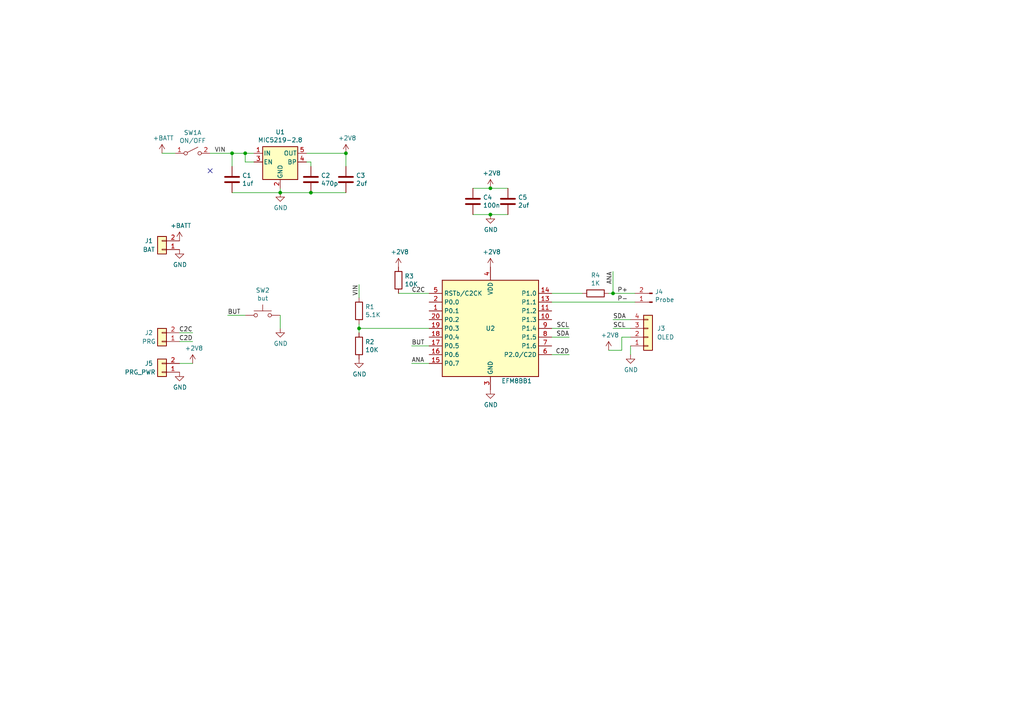
<source format=kicad_sch>
(kicad_sch (version 20230121) (generator eeschema)
  (paper "A4")
  (lib_symbols
    (symbol "Connector_Generic:Conn_01x02" (pin_names (offset 1.016) hide)
      (property "Reference" "J" (at 0 2.54 0))
      (property "Value" "Conn_01x02" (at 0 -5.08 0))
      (symbol "Conn_01x02_1_1"
        (rectangle (start -1.27 -2.413) (end 0 -2.667) (stroke (width 0.1524)))
        (rectangle (start -1.27 0.127) (end 0 -0.127) (stroke (width 0.1524)))
        (rectangle (start -1.27 1.27) (end 1.27 -3.81) (stroke (width 0.254)) (fill (type background)))
        (pin passive line (at -5.08 0 0) (length 3.81) (name "Pin_1") (number "1"))
        (pin passive line (at -5.08 -2.54 0) (length 3.81) (name "Pin_2") (number "2"))
      )
    )
    (symbol "Connector_Generic:Conn_01x04" (pin_names (offset 1.016) hide)
      (property "Reference" "J" (at 0 5.08 0))
      (property "Value" "Conn_01x04" (at 0 -7.62 0))
      (symbol "Conn_01x04_1_1"
        (rectangle (start -1.27 -4.953) (end 0 -5.207) (stroke (width 0.1524)))
        (rectangle (start -1.27 -2.413) (end 0 -2.667) (stroke (width 0.1524)))
        (rectangle (start -1.27 0.127) (end 0 -0.127) (stroke (width 0.1524)))
        (rectangle (start -1.27 2.667) (end 0 2.413) (stroke (width 0.1524)))
        (rectangle (start -1.27 3.81) (end 1.27 -6.35) (stroke (width 0.254)) (fill (type background)))
        (pin passive line (at -5.08 2.54 0) (length 3.81) (name "Pin_1") (number "1"))
        (pin passive line (at -5.08 0 0) (length 3.81) (name "Pin_2") (number "2"))
        (pin passive line (at -5.08 -2.54 0) (length 3.81) (name "Pin_3") (number "3"))
        (pin passive line (at -5.08 -5.08 0) (length 3.81) (name "Pin_4") (number "4"))
      )
    )
    (symbol "Device:C" (pin_numbers hide) (pin_names (offset 0.254))
      (property "Reference" "C" (at 0.635 2.54 0))
      (property "Value" "C" (at 0.635 -2.54 0))
      (symbol "C_0_1"
        (polyline (pts (xy -2.032 -0.762) (xy 2.032 -0.762)) (stroke (width 0.508)))
        (polyline (pts (xy -2.032 0.762) (xy 2.032 0.762)) (stroke (width 0.508)))
      )
      (symbol "C_1_1"
        (pin passive line (at 0 3.81 270) (length 2.794) (name "~") (number "1"))
        (pin passive line (at 0 -3.81 90) (length 2.794) (name "~") (number "2"))
      )
    )
    (symbol "Device:R" (pin_numbers hide) (pin_names (offset 0))
      (property "Reference" "R" (at 2.032 0 90))
      (property "Value" "R" (at 0 0 90))
      (symbol "R_0_1"
        (rectangle (start -1.016 -2.54) (end 1.016 2.54) (stroke (width 0.254)))
      )
      (symbol "R_1_1"
        (pin passive line (at 0 3.81 270) (length 1.27) (name "~") (number "1"))
        (pin passive line (at 0 -3.81 90) (length 1.27) (name "~") (number "2"))
      )
    )
    (symbol "ECmeter-rescue:Conn_01x02_Male-Connector" (pin_names (offset 1.016) hide)
      (property "Reference" "J" (at 0 2.54 0))
      (property "Value" "Connector_Conn_01x02_Male" (at 0 -5.08 0))
      (symbol "Conn_01x02_Male-Connector_1_1"
        (polyline (pts (xy 1.27 -2.54) (xy 0.8636 -2.54)) (stroke (width 0.1524)))
        (polyline (pts (xy 1.27 0) (xy 0.8636 0)) (stroke (width 0.1524)))
        (rectangle (start 0.8636 -2.413) (end 0 -2.667) (stroke (width 0.1524)) (fill (type outline)))
        (rectangle (start 0.8636 0.127) (end 0 -0.127) (stroke (width 0.1524)) (fill (type outline)))
        (pin passive line (at 5.08 0 180) (length 3.81) (name "Pin_1") (number "1"))
        (pin passive line (at 5.08 -2.54 180) (length 3.81) (name "Pin_2") (number "2"))
      )
    )
    (symbol "ECmeter-rescue:MIC5219-2.8-Regulator_Linear" (pin_names (offset 0.254))
      (property "Reference" "U" (at -3.81 5.715 0))
      (property "Value" "Regulator_Linear_MIC5219-2.8" (at 0 5.715 0))
      (symbol "MIC5219-2.8-Regulator_Linear_0_1"
        (rectangle (start -5.08 4.445) (end 5.08 -5.08) (stroke (width 0.254)) (fill (type background)))
      )
      (symbol "MIC5219-2.8-Regulator_Linear_1_1"
        (pin power_in line (at -7.62 2.54 0) (length 2.54) (name "IN") (number "1"))
        (pin power_in line (at 0 -7.62 90) (length 2.54) (name "GND") (number "2"))
        (pin input line (at -7.62 0 0) (length 2.54) (name "EN") (number "3"))
        (pin input line (at 7.62 0 180) (length 2.54) (name "BP") (number "4"))
        (pin power_out line (at 7.62 2.54 180) (length 2.54) (name "OUT") (number "5"))
      )
    )
    (symbol "ECmeter-rescue:SW_DPST_x2-Switch" (pin_names (offset 0) hide)
      (property "Reference" "SW" (at 0 3.175 0))
      (property "Value" "Switch_SW_DPST_x2" (at 0 -2.54 0))
      (symbol "SW_DPST_x2-Switch_0_0"
        (circle (center -2.032 0) (radius 0.508))
        (polyline (pts (xy -1.524 0.254) (xy 1.524 1.778)))
        (circle (center 2.032 0) (radius 0.508))
      )
      (symbol "SW_DPST_x2-Switch_1_1"
        (pin passive line (at -5.08 0 0) (length 2.54) (name "A") (number "1"))
        (pin passive line (at 5.08 0 180) (length 2.54) (name "B") (number "2"))
      )
      (symbol "SW_DPST_x2-Switch_2_1"
        (pin input line (at -5.08 0 0) (length 2.54) (name "A") (number "3"))
        (pin input line (at 5.08 0 180) (length 2.54) (name "B") (number "4"))
      )
    )
    (symbol "MCU_SiliconLabs:EFM8BB10F4G-A-QFN20"
      (property "Reference" "U" (at -13.97 15.24 0))
      (property "Value" "EFM8BB10F4G-A-QFN20" (at 1.27 15.24 0))
      (symbol "EFM8BB10F4G-A-QFN20_0_1"
        (rectangle (start -13.97 13.97) (end 13.97 -13.97) (stroke (width 0.254)) (fill (type background)))
        (pin bidirectional line (at -17.78 5.08 0) (length 3.81) (name "P0.1") (number "1"))
        (pin bidirectional line (at 17.78 2.54 180) (length 3.81) (name "P1.3") (number "10"))
        (pin bidirectional line (at 17.78 5.08 180) (length 3.81) (name "P1.2") (number "11"))
        (pin passive line (at 0 -17.78 90) (length 3.81) hide (name "GND") (number "12"))
        (pin bidirectional line (at 17.78 7.62 180) (length 3.81) (name "P1.1") (number "13"))
        (pin bidirectional line (at 17.78 10.16 180) (length 3.81) (name "P1.0") (number "14"))
        (pin bidirectional line (at -17.78 -10.16 0) (length 3.81) (name "P0.7") (number "15"))
        (pin bidirectional line (at -17.78 -7.62 0) (length 3.81) (name "P0.6") (number "16"))
        (pin bidirectional line (at -17.78 -5.08 0) (length 3.81) (name "P0.5") (number "17"))
        (pin bidirectional line (at -17.78 -2.54 0) (length 3.81) (name "P0.4") (number "18"))
        (pin bidirectional line (at -17.78 0 0) (length 3.81) (name "P0.3") (number "19"))
        (pin bidirectional line (at -17.78 7.62 0) (length 3.81) (name "P0.0") (number "2"))
        (pin bidirectional line (at -17.78 2.54 0) (length 3.81) (name "P0.2") (number "20"))
        (pin passive line (at 0 -17.78 90) (length 3.81) hide (name "GND") (number "21"))
        (pin power_in line (at 0 -17.78 90) (length 3.81) (name "GND") (number "3"))
        (pin power_in line (at 0 17.78 270) (length 3.81) (name "VDD") (number "4"))
        (pin input line (at -17.78 10.16 0) (length 3.81) (name "RSTb/C2CK") (number "5"))
        (pin bidirectional line (at 17.78 -7.62 180) (length 3.81) (name "P2.0/C2D") (number "6"))
        (pin bidirectional line (at 17.78 -5.08 180) (length 3.81) (name "P1.6") (number "7"))
        (pin bidirectional line (at 17.78 -2.54 180) (length 3.81) (name "P1.5") (number "8"))
        (pin bidirectional line (at 17.78 0 180) (length 3.81) (name "P1.4") (number "9"))
      )
    )
    (symbol "Switch:SW_Push" (pin_numbers hide) (pin_names (offset 1.016) hide)
      (property "Reference" "SW" (at 1.27 2.54 0))
      (property "Value" "SW_Push" (at 0 -1.524 0))
      (symbol "SW_Push_0_1"
        (circle (center -2.032 0) (radius 0.508))
        (polyline (pts (xy 0 1.27) (xy 0 3.048)))
        (polyline (pts (xy 2.54 1.27) (xy -2.54 1.27)))
        (circle (center 2.032 0) (radius 0.508))
        (pin passive line (at -5.08 0 0) (length 2.54) (name "1") (number "1"))
        (pin passive line (at 5.08 0 180) (length 2.54) (name "2") (number "2"))
      )
    )
    (symbol "power:+2V8" (power) (pin_names (offset 0))
      (property "Value" "+2V8" (at 0 3.556 0))
      (symbol "+2V8_0_1"
        (polyline (pts (xy -0.762 1.27) (xy 0 2.54)))
        (polyline (pts (xy 0 0) (xy 0 2.54)))
        (polyline (pts (xy 0 2.54) (xy 0.762 1.27)))
      )
      (symbol "+2V8_1_1"
        (pin power_in line (at 0 0 90) (length 0) hide (name "+2V8") (number "1"))
      )
    )
    (symbol "power:+BATT" (power) (pin_names (offset 0))
      (property "Value" "+BATT" (at 0 3.556 0))
      (symbol "+BATT_0_1"
        (polyline (pts (xy -0.762 1.27) (xy 0 2.54)))
        (polyline (pts (xy 0 0) (xy 0 2.54)))
        (polyline (pts (xy 0 2.54) (xy 0.762 1.27)))
      )
      (symbol "+BATT_1_1"
        (pin power_in line (at 0 0 90) (length 0) hide (name "+BATT") (number "1"))
      )
    )
    (symbol "power:GND" (power) (pin_names (offset 0))
      (property "Value" "GND" (at 0 -3.81 0))
      (symbol "GND_0_1"
        (polyline (pts (xy 0 0) (xy 0 -1.27) (xy 1.27 -1.27) (xy 0 -2.54) (xy -1.27 -1.27) (xy 0 -1.27)))
      )
      (symbol "GND_1_1"
        (pin power_in line (at 0 0 270) (length 0) hide (name "GND") (number "1"))
      )
    )
  )
  (junction (at 100.33 44.45))
  (junction (at 104.14 95.25))
  (junction (at 90.17 55.88))
  (junction (at 67.31 44.45))
  (junction (at 142.24 62.23))
  (junction (at 177.8 85.09))
  (junction (at 71.12 44.45))
  (junction (at 81.28 55.88))
  (junction (at 142.24 54.61))
  (no_connect (at 60.96 49.53))
  (wire (pts (xy 165.1 102.87) (xy 160.02 102.87)))
  (wire (pts (xy 100.33 48.26) (xy 100.33 44.45)))
  (wire (pts (xy 81.28 55.88) (xy 90.17 55.88)))
  (wire (pts (xy 165.1 95.25) (xy 160.02 95.25)))
  (wire (pts (xy 50.8 44.45) (xy 46.99 44.45)))
  (wire (pts (xy 177.8 85.09) (xy 177.8 78.74)))
  (wire (pts (xy 88.9 44.45) (xy 100.33 44.45)))
  (wire (pts (xy 184.15 87.63) (xy 160.02 87.63)))
  (wire (pts (xy 176.53 101.6) (xy 180.34 101.6)))
  (wire (pts (xy 67.31 55.88) (xy 81.28 55.88)))
  (wire (pts (xy 90.17 46.99) (xy 90.17 48.26)))
  (wire (pts (xy 71.12 91.44) (xy 66.04 91.44)))
  (wire (pts (xy 142.24 54.61) (xy 147.32 54.61)))
  (wire (pts (xy 90.17 55.88) (xy 100.33 55.88)))
  (wire (pts (xy 67.31 44.45) (xy 71.12 44.45)))
  (wire (pts (xy 55.88 99.06) (xy 52.07 99.06)))
  (wire (pts (xy 52.07 96.52) (xy 55.88 96.52)))
  (wire (pts (xy 81.28 54.61) (xy 81.28 55.88)))
  (wire (pts (xy 52.07 105.41) (xy 55.88 105.41)))
  (wire (pts (xy 81.28 91.44) (xy 81.28 95.25)))
  (wire (pts (xy 182.88 100.33) (xy 182.88 102.87)))
  (wire (pts (xy 160.02 85.09) (xy 168.91 85.09)))
  (wire (pts (xy 67.31 44.45) (xy 60.96 44.45)))
  (wire (pts (xy 182.88 95.25) (xy 177.8 95.25)))
  (wire (pts (xy 177.8 85.09) (xy 184.15 85.09)))
  (wire (pts (xy 104.14 93.98) (xy 104.14 95.25)))
  (wire (pts (xy 71.12 46.99) (xy 71.12 44.45)))
  (wire (pts (xy 180.34 97.79) (xy 182.88 97.79)))
  (wire (pts (xy 88.9 46.99) (xy 90.17 46.99)))
  (wire (pts (xy 124.46 85.09) (xy 115.57 85.09)))
  (wire (pts (xy 182.88 92.71) (xy 177.8 92.71)))
  (wire (pts (xy 180.34 101.6) (xy 180.34 97.79)))
  (wire (pts (xy 119.38 105.41) (xy 124.46 105.41)))
  (wire (pts (xy 137.16 54.61) (xy 142.24 54.61)))
  (wire (pts (xy 73.66 46.99) (xy 71.12 46.99)))
  (wire (pts (xy 124.46 100.33) (xy 119.38 100.33)))
  (wire (pts (xy 137.16 62.23) (xy 142.24 62.23)))
  (wire (pts (xy 124.46 95.25) (xy 104.14 95.25)))
  (wire (pts (xy 142.24 62.23) (xy 147.32 62.23)))
  (wire (pts (xy 160.02 97.79) (xy 165.1 97.79)))
  (wire (pts (xy 176.53 85.09) (xy 177.8 85.09)))
  (wire (pts (xy 71.12 44.45) (xy 73.66 44.45)))
  (wire (pts (xy 104.14 86.36) (xy 104.14 82.55)))
  (wire (pts (xy 104.14 95.25) (xy 104.14 96.52)))
  (wire (pts (xy 67.31 48.26) (xy 67.31 44.45)))
  (label "SDA" (at 165.1 97.79 180))
  (label "VIN" (at 104.14 82.55 270))
  (label "P+" (at 179.07 85.09 0))
  (label "ANA" (at 119.38 105.41 0))
  (label "ANA" (at 177.8 78.74 270))
  (label "BUT" (at 66.04 91.44 0))
  (label "SCL" (at 177.8 95.25 0))
  (label "C2C" (at 119.38 85.09 0))
  (label "SCL" (at 165.1 95.25 180))
  (label "P-" (at 179.07 87.63 0))
  (label "C2D" (at 55.88 99.06 180))
  (label "BUT" (at 119.38 100.33 0))
  (label "C2C" (at 55.88 96.52 180))
  (label "SDA" (at 177.8 92.71 0))
  (label "C2D" (at 165.1 102.87 180))
  (label "VIN" (at 62.23 44.45 0))
  (symbol (lib_id "MCU_SiliconLabs:EFM8BB10F4G-A-QFN20") (at 142.24 95.25 0) (unit 1)
    (property "Reference" "U2" (at 142.24 95.25 0))
    (property "Value" "EFM8BB1" (at 149.86 110.49 0))
    (property "Footprint" "KiCadCustomLibs:QFN20" (effects hide))
    (property "Datasheet" "https://www.silabs.com/documents/public/data-sheets/efm8bb1-datasheet.pdf" (effects hide))
  )
  (symbol (lib_id "power:GND") (at 142.24 113.03 0) (unit 1)
    (property "Reference" "#PWR0101" (effects hide))
    (property "Value" "GND" (at 142.367 117.4242 0))
  )
  (symbol (lib_id "power:+2V8") (at 142.24 77.47 0) (unit 1)
    (property "Reference" "#PWR0102" (effects hide))
    (property "Value" "+2V8" (at 142.621 73.0758 0))
  )
  (symbol (lib_id "ECmeter-rescue:MIC5219-2.8-Regulator_Linear") (at 81.28 46.99 0) (unit 1)
    (property "Reference" "U1" (at 81.28 38.3032 0))
    (property "Value" "MIC5219-2.8" (at 81.28 40.6146 0))
    (property "Footprint" "TO_SOT_Packages_SMD:SOT-23-5" (effects hide))
    (property "Datasheet" "http://ww1.microchip.com/downloads/en/devicedoc/mic5219.pdf" (effects hide))
  )
  (symbol (lib_id "power:+2V8") (at 100.33 44.45 0) (unit 1)
    (property "Reference" "#PWR0103" (effects hide))
    (property "Value" "+2V8" (at 100.711 40.0558 0))
  )
  (symbol (lib_id "Device:C") (at 90.17 52.07 0) (unit 1)
    (property "Reference" "C2" (at 93.091 50.9016 0) (effects (justify left)))
    (property "Value" "470p" (at 93.091 53.213 0) (effects (justify left)))
    (property "Footprint" "Capacitors_SMD:C_0603" (effects hide))
  )
  (symbol (lib_id "Device:C") (at 100.33 52.07 0) (unit 1)
    (property "Reference" "C3" (at 103.251 50.9016 0) (effects (justify left)))
    (property "Value" "2uf" (at 103.251 53.213 0) (effects (justify left)))
    (property "Footprint" "Capacitors_SMD:C_0603" (effects hide))
  )
  (symbol (lib_id "Device:C") (at 67.31 52.07 0) (unit 1)
    (property "Reference" "C1" (at 70.231 50.9016 0) (effects (justify left)))
    (property "Value" "1uf" (at 70.231 53.213 0) (effects (justify left)))
    (property "Footprint" "Capacitors_SMD:C_0603" (effects hide))
  )
  (symbol (lib_id "power:+BATT") (at 46.99 44.45 0) (unit 1)
    (property "Reference" "#PWR0104" (effects hide))
    (property "Value" "+BATT" (at 47.371 40.0558 0))
  )
  (symbol (lib_id "power:GND") (at 81.28 55.88 0) (unit 1)
    (property "Reference" "#PWR0105" (effects hide))
    (property "Value" "GND" (at 81.407 60.2742 0))
  )
  (symbol (lib_id "Device:C") (at 147.32 58.42 0) (unit 1)
    (property "Reference" "C5" (at 150.241 57.2516 0) (effects (justify left)))
    (property "Value" "2uf" (at 150.241 59.563 0) (effects (justify left)))
    (property "Footprint" "Capacitors_SMD:C_0603" (effects hide))
  )
  (symbol (lib_id "Device:C") (at 137.16 58.42 0) (unit 1)
    (property "Reference" "C4" (at 140.081 57.2516 0) (effects (justify left)))
    (property "Value" "100n" (at 140.081 59.563 0) (effects (justify left)))
    (property "Footprint" "Capacitors_SMD:C_0603" (effects hide))
  )
  (symbol (lib_id "power:+2V8") (at 142.24 54.61 0) (unit 1)
    (property "Reference" "#PWR0106" (effects hide))
    (property "Value" "+2V8" (at 142.621 50.2158 0))
  )
  (symbol (lib_id "power:GND") (at 142.24 62.23 0) (unit 1)
    (property "Reference" "#PWR0107" (effects hide))
    (property "Value" "GND" (at 142.367 66.6242 0))
  )
  (symbol (lib_id "ECmeter-rescue:Conn_01x02_Male-Connector") (at 189.23 87.63 180) (unit 1)
    (property "Reference" "J4" (at 189.9412 84.6328 0) (effects (justify right)))
    (property "Value" "Probe" (at 189.9412 86.9442 0) (effects (justify right)))
    (property "Footprint" "KiCadCustomLibs:POWER2PIN_2" (effects hide))
  )
  (symbol (lib_id "Device:R") (at 115.57 81.28 0) (unit 1)
    (property "Reference" "R3" (at 117.348 80.1116 0) (effects (justify left)))
    (property "Value" "10K" (at 117.348 82.423 0) (effects (justify left)))
    (property "Footprint" "Resistors_SMD:R_0603" (effects hide))
  )
  (symbol (lib_id "power:+2V8") (at 115.57 77.47 0) (unit 1)
    (property "Reference" "#PWR0108" (effects hide))
    (property "Value" "+2V8" (at 115.951 73.0758 0))
  )
  (symbol (lib_id "Device:R") (at 172.72 85.09 270) (unit 1)
    (property "Reference" "R4" (at 172.72 79.8322 90))
    (property "Value" "1K" (at 172.72 82.1436 90))
    (property "Footprint" "Resistors_SMD:R_0603" (effects hide))
  )
  (symbol (lib_id "Connector_Generic:Conn_01x04") (at 187.96 97.79 0) (mirror x) (unit 1)
    (property "Reference" "J3" (at 191.77 95.25 0))
    (property "Value" "OLED" (at 193.04 97.79 0))
    (property "Footprint" "Pin_Headers:Pin_Header_Straight_1x04_Pitch2.54mm" (effects hide))
  )
  (symbol (lib_id "power:GND") (at 182.88 102.87 0) (unit 1)
    (property "Reference" "#PWR0109" (effects hide))
    (property "Value" "GND" (at 183.007 107.2642 0))
  )
  (symbol (lib_id "power:+2V8") (at 176.53 101.6 0) (unit 1)
    (property "Reference" "#PWR0110" (effects hide))
    (property "Value" "+2V8" (at 176.911 97.2058 0))
  )
  (symbol (lib_id "Device:R") (at 104.14 90.17 0) (unit 1)
    (property "Reference" "R1" (at 105.918 89.0016 0) (effects (justify left)))
    (property "Value" "5.1K" (at 105.918 91.313 0) (effects (justify left)))
    (property "Footprint" "Resistors_SMD:R_0603" (effects hide))
  )
  (symbol (lib_id "Device:R") (at 104.14 100.33 0) (unit 1)
    (property "Reference" "R2" (at 105.918 99.1616 0) (effects (justify left)))
    (property "Value" "10K" (at 105.918 101.473 0) (effects (justify left)))
    (property "Footprint" "Resistors_SMD:R_0603" (effects hide))
  )
  (symbol (lib_id "power:GND") (at 104.14 104.14 0) (unit 1)
    (property "Reference" "#PWR0111" (effects hide))
    (property "Value" "GND" (at 104.267 108.5342 0))
  )
  (symbol (lib_id "Switch:SW_Push") (at 76.2 91.44 0) (unit 1)
    (property "Reference" "SW2" (at 76.2 84.201 0))
    (property "Value" "but" (at 76.2 86.5124 0))
    (property "Footprint" "KiCadCustomLibs:POWER2PIN_2" (effects hide))
  )
  (symbol (lib_id "power:GND") (at 81.28 95.25 0) (unit 1)
    (property "Reference" "#PWR0112" (effects hide))
    (property "Value" "GND" (at 81.407 99.6442 0))
  )
  (symbol (lib_id "Connector_Generic:Conn_01x02") (at 46.99 72.39 180) (unit 1)
    (property "Reference" "J1" (at 43.18 69.85 0))
    (property "Value" "BAT" (at 43.18 72.39 0))
    (property "Footprint" "KiCadCustomLibs:Conn_1x02_2.54_0.9mm" (effects hide))
  )
  (symbol (lib_id "power:GND") (at 52.07 72.39 0) (unit 1)
    (property "Reference" "#PWR0113" (effects hide))
    (property "Value" "GND" (at 52.197 76.7842 0))
  )
  (symbol (lib_id "power:+BATT") (at 52.07 69.85 0) (unit 1)
    (property "Reference" "#PWR0114" (effects hide))
    (property "Value" "+BATT" (at 52.451 65.4558 0))
  )
  (symbol (lib_id "Connector_Generic:Conn_01x02") (at 46.99 99.06 180) (unit 1)
    (property "Reference" "J2" (at 43.18 96.52 0))
    (property "Value" "PRG" (at 43.18 99.06 0))
    (property "Footprint" "KiCadCustomLibs:POWER2PIN_2" (effects hide))
  )
  (symbol (lib_id "ECmeter-rescue:SW_DPST_x2-Switch") (at 55.88 44.45 0) (unit 1)
    (property "Reference" "SW1" (at 55.88 38.481 0))
    (property "Value" "ON/OFF" (at 55.88 40.7924 0))
    (property "Footprint" "KiCadCustomLibs:Conn_1x02_2.54_0.9mm" (effects hide))
  )
  (symbol (lib_id "Connector_Generic:Conn_01x02") (at 46.99 107.95 180) (unit 1)
    (property "Reference" "J5" (at 43.18 105.41 0))
    (property "Value" "PRG_PWR" (at 40.64 107.95 0))
    (property "Footprint" "KiCadCustomLibs:POWER2PIN_2" (effects hide))
  )
  (symbol (lib_id "power:GND") (at 52.07 107.95 0) (unit 1)
    (property "Reference" "#PWR0115" (effects hide))
    (property "Value" "GND" (at 52.197 112.3442 0))
  )
  (symbol (lib_id "power:+2V8") (at 55.88 105.41 0) (unit 1)
    (property "Reference" "#PWR0116" (effects hide))
    (property "Value" "+2V8" (at 56.261 101.0158 0))
  )
)
</source>
